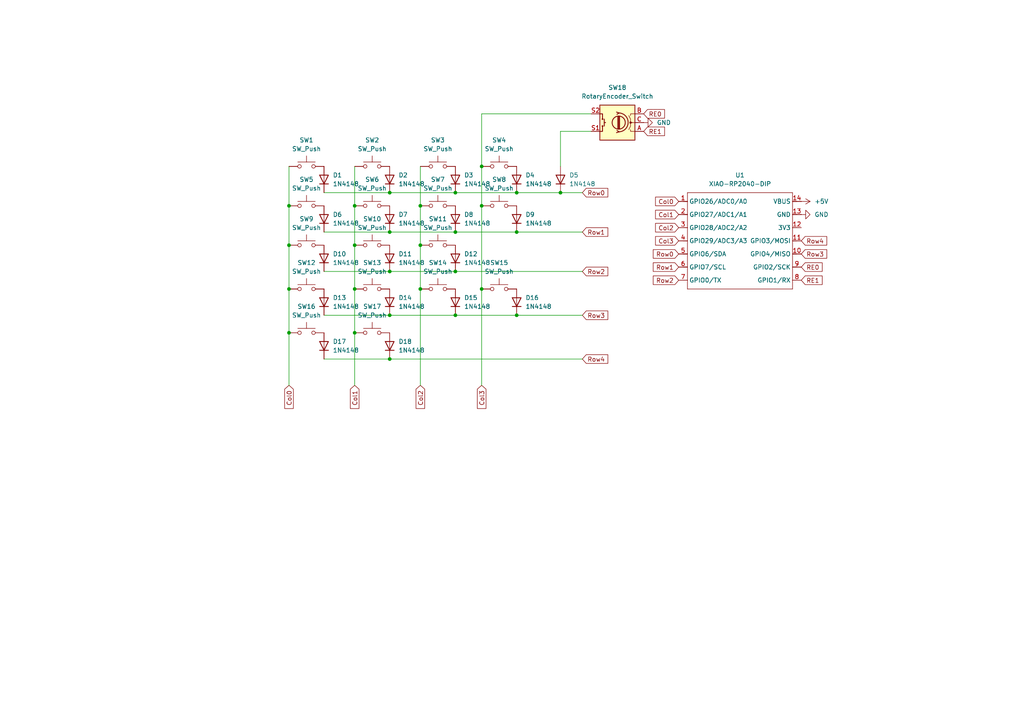
<source format=kicad_sch>
(kicad_sch (version 20250114) (generator "eeschema") (generator_version "9.0")
  (paper "A4")
  (lib_symbols
    (symbol "Device:RotaryEncoder_Switch" (pin_names (offset 0.254) (hide yes))
      (property "Reference" "SW" (at 0 6.604 0))
      (property "Value" "RotaryEncoder_Switch" (at 0 -6.604 0))
      (symbol "RotaryEncoder_Switch_0_1"
        (rectangle (start -5.08 5.08) (end 5.08 -5.08) (stroke (width 0.254)) (fill (type background)))
        (polyline (pts (xy -5.08 2.54) (xy -3.81 2.54) (xy -3.81 2.032)))
        (polyline (pts (xy -5.08 0) (xy -3.81 0) (xy -3.81 -1.016) (xy -3.302 -2.032)))
        (polyline (pts (xy -5.08 -2.54) (xy -3.81 -2.54) (xy -3.81 -2.032)))
        (polyline (pts (xy -4.318 0) (xy -3.81 0) (xy -3.81 1.016) (xy -3.302 2.032)))
        (circle (center -3.81 0) (radius 0.254) (fill (type outline)))
        (polyline (pts (xy -0.635 -1.778) (xy -0.635 1.778)) (stroke (width 0.254)))
        (circle (center -0.381 0) (radius 1.905) (stroke (width 0.254)))
        (polyline (pts (xy -0.381 -1.778) (xy -0.381 1.778)) (stroke (width 0.254)))
        (arc (start -0.381 -2.794) (mid -3.0988 -0.0635) (end -0.381 2.667) (stroke (width 0.254)))
        (polyline (pts (xy -0.127 1.778) (xy -0.127 -1.778)) (stroke (width 0.254)))
        (polyline (pts (xy 0.254 2.921) (xy -0.508 2.667) (xy 0.127 2.286)) (stroke (width 0.254)))
        (polyline (pts (xy 0.254 -3.048) (xy -0.508 -2.794) (xy 0.127 -2.413)) (stroke (width 0.254)))
        (polyline (pts (xy 3.81 1.016) (xy 3.81 -1.016)) (stroke (width 0.254)))
        (polyline (pts (xy 3.81 0) (xy 3.429 0)) (stroke (width 0.254)))
        (circle (center 4.318 1.016) (radius 0.127) (stroke (width 0.254)))
        (circle (center 4.318 -1.016) (radius 0.127) (stroke (width 0.254)))
        (polyline (pts (xy 5.08 2.54) (xy 4.318 2.54) (xy 4.318 1.016)) (stroke (width 0.254)))
        (polyline (pts (xy 5.08 -2.54) (xy 4.318 -2.54) (xy 4.318 -1.016)) (stroke (width 0.254)))
      )
      (symbol "RotaryEncoder_Switch_1_1"
        (pin passive line (at -7.62 2.54 0) (length 2.54) (name "A") (number "A"))
        (pin passive line (at -7.62 0 0) (length 2.54) (name "C") (number "C"))
        (pin passive line (at -7.62 -2.54 0) (length 2.54) (name "B") (number "B"))
        (pin passive line (at 7.62 2.54 180) (length 2.54) (name "S1") (number "S1"))
        (pin passive line (at 7.62 -2.54 180) (length 2.54) (name "S2") (number "S2"))
      )
    )
    (symbol "Diode:1N4148" (pin_numbers (hide yes)) (pin_names (hide yes))
      (property "Reference" "D" (at 0 2.54 0))
      (property "Value" "1N4148" (at 0 -2.54 0))
      (symbol "1N4148_0_1"
        (polyline (pts (xy -1.27 1.27) (xy -1.27 -1.27)) (stroke (width 0.254)))
        (polyline (pts (xy 1.27 1.27) (xy 1.27 -1.27) (xy -1.27 0) (xy 1.27 1.27)) (stroke (width 0.254)))
        (polyline (pts (xy 1.27 0) (xy -1.27 0)))
      )
      (symbol "1N4148_1_1"
        (pin passive line (at -3.81 0 0) (length 2.54) (name "K") (number "1"))
        (pin passive line (at 3.81 0 180) (length 2.54) (name "A") (number "2"))
      )
    )
    (symbol "OPL:XIAO-RP2040-DIP"
      (property "Reference" "U" (at 0 0 0))
      (property "Value" "XIAO-RP2040-DIP" (at 5.334 -1.778 0))
      (symbol "XIAO-RP2040-DIP_1_0"
        (polyline (pts (xy -1.27 -2.54) (xy 29.21 -2.54)) (stroke (width 0.1524)))
        (polyline (pts (xy -1.27 -5.08) (xy -2.54 -5.08)) (stroke (width 0.1524)))
        (polyline (pts (xy -1.27 -5.08) (xy -1.27 -2.54)) (stroke (width 0.1524)))
        (polyline (pts (xy -1.27 -8.89) (xy -2.54 -8.89)) (stroke (width 0.1524)))
        (polyline (pts (xy -1.27 -8.89) (xy -1.27 -5.08)) (stroke (width 0.1524)))
        (polyline (pts (xy -1.27 -12.7) (xy -2.54 -12.7)) (stroke (width 0.1524)))
        (polyline (pts (xy -1.27 -12.7) (xy -1.27 -8.89)) (stroke (width 0.1524)))
        (polyline (pts (xy -1.27 -16.51) (xy -2.54 -16.51)) (stroke (width 0.1524)))
        (polyline (pts (xy -1.27 -16.51) (xy -1.27 -12.7)) (stroke (width 0.1524)))
        (polyline (pts (xy -1.27 -20.32) (xy -2.54 -20.32)) (stroke (width 0.1524)))
        (polyline (pts (xy -1.27 -24.13) (xy -2.54 -24.13)) (stroke (width 0.1524)))
        (polyline (pts (xy -1.27 -27.94) (xy -2.54 -27.94)) (stroke (width 0.1524)))
        (polyline (pts (xy -1.27 -30.48) (xy -1.27 -16.51)) (stroke (width 0.1524)))
        (polyline (pts (xy 29.21 -2.54) (xy 29.21 -5.08)) (stroke (width 0.1524)))
        (polyline (pts (xy 29.21 -5.08) (xy 29.21 -8.89)) (stroke (width 0.1524)))
        (polyline (pts (xy 29.21 -8.89) (xy 29.21 -12.7)) (stroke (width 0.1524)))
        (polyline (pts (xy 29.21 -12.7) (xy 29.21 -30.48)) (stroke (width 0.1524)))
        (polyline (pts (xy 29.21 -30.48) (xy -1.27 -30.48)) (stroke (width 0.1524)))
        (polyline (pts (xy 30.48 -5.08) (xy 29.21 -5.08)) (stroke (width 0.1524)))
        (polyline (pts (xy 30.48 -8.89) (xy 29.21 -8.89)) (stroke (width 0.1524)))
        (polyline (pts (xy 30.48 -12.7) (xy 29.21 -12.7)) (stroke (width 0.1524)))
        (polyline (pts (xy 30.48 -16.51) (xy 29.21 -16.51)) (stroke (width 0.1524)))
        (polyline (pts (xy 30.48 -20.32) (xy 29.21 -20.32)) (stroke (width 0.1524)))
        (polyline (pts (xy 30.48 -24.13) (xy 29.21 -24.13)) (stroke (width 0.1524)))
        (polyline (pts (xy 30.48 -27.94) (xy 29.21 -27.94)) (stroke (width 0.1524)))
        (pin passive line (at -3.81 -5.08 0) (length 2.54) (name "GPIO26/ADC0/A0") (number "1"))
        (pin passive line (at -3.81 -8.89 0) (length 2.54) (name "GPIO27/ADC1/A1") (number "2"))
        (pin passive line (at -3.81 -12.7 0) (length 2.54) (name "GPIO28/ADC2/A2") (number "3"))
        (pin passive line (at -3.81 -16.51 0) (length 2.54) (name "GPIO29/ADC3/A3") (number "4"))
        (pin passive line (at -3.81 -20.32 0) (length 2.54) (name "GPIO6/SDA") (number "5"))
        (pin passive line (at -3.81 -24.13 0) (length 2.54) (name "GPIO7/SCL") (number "6"))
        (pin passive line (at -3.81 -27.94 0) (length 2.54) (name "GPIO0/TX") (number "7"))
        (pin passive line (at 31.75 -5.08 180) (length 2.54) (name "VBUS") (number "14"))
        (pin passive line (at 31.75 -8.89 180) (length 2.54) (name "GND") (number "13"))
        (pin passive line (at 31.75 -12.7 180) (length 2.54) (name "3V3") (number "12"))
        (pin passive line (at 31.75 -16.51 180) (length 2.54) (name "GPIO3/MOSI") (number "11"))
        (pin passive line (at 31.75 -20.32 180) (length 2.54) (name "GPIO4/MISO") (number "10"))
        (pin passive line (at 31.75 -24.13 180) (length 2.54) (name "GPIO2/SCK") (number "9"))
        (pin passive line (at 31.75 -27.94 180) (length 2.54) (name "GPIO1/RX") (number "8"))
      )
    )
    (symbol "Switch:SW_Push" (pin_numbers (hide yes)) (pin_names (offset 1.016) (hide yes))
      (property "Reference" "SW" (at 1.27 2.54 0))
      (property "Value" "SW_Push" (at 0 -1.524 0))
      (symbol "SW_Push_0_1"
        (circle (center -2.032 0) (radius 0.508))
        (polyline (pts (xy 0 1.27) (xy 0 3.048)))
        (circle (center 2.032 0) (radius 0.508))
        (polyline (pts (xy 2.54 1.27) (xy -2.54 1.27)))
        (pin passive line (at -5.08 0 0) (length 2.54) (name "1") (number "1"))
        (pin passive line (at 5.08 0 180) (length 2.54) (name "2") (number "2"))
      )
    )
    (symbol "power:+5V" (power) (pin_numbers (hide yes)) (pin_names (offset 0) (hide yes))
      (property "Value" "+5V" (at 0 3.556 0))
      (symbol "+5V_0_1"
        (polyline (pts (xy -0.762 1.27) (xy 0 2.54)))
        (polyline (pts (xy 0 2.54) (xy 0.762 1.27)))
        (polyline (pts (xy 0 0) (xy 0 2.54)))
      )
      (symbol "+5V_1_1"
        (pin power_in line (at 0 0 90) (length 0) (name "~") (number "1"))
      )
    )
    (symbol "power:GND" (power) (pin_numbers (hide yes)) (pin_names (offset 0) (hide yes))
      (property "Value" "GND" (at 0 -3.81 0))
      (symbol "GND_0_1"
        (polyline (pts (xy 0 0) (xy 0 -1.27) (xy 1.27 -1.27) (xy 0 -2.54) (xy -1.27 -1.27) (xy 0 -1.27)))
      )
      (symbol "GND_1_1"
        (pin power_in line (at 0 0 270) (length 0) (name "~") (number "1"))
      )
    )
  )
  (junction (at 113.03 91.44))
  (junction (at 132.08 91.44))
  (junction (at 149.86 55.88))
  (junction (at 102.87 71.12))
  (junction (at 132.08 55.88))
  (junction (at 102.87 59.69))
  (junction (at 139.7 48.26))
  (junction (at 113.03 104.14))
  (junction (at 132.08 67.31))
  (junction (at 139.7 59.69))
  (junction (at 102.87 83.82))
  (junction (at 162.56 55.88))
  (junction (at 139.7 83.82))
  (junction (at 113.03 55.88))
  (junction (at 132.08 78.74))
  (junction (at 83.82 83.82))
  (junction (at 102.87 96.52))
  (junction (at 83.82 71.12))
  (junction (at 121.92 59.69))
  (junction (at 121.92 71.12))
  (junction (at 113.03 78.74))
  (junction (at 113.03 67.31))
  (junction (at 149.86 67.31))
  (junction (at 121.92 83.82))
  (junction (at 83.82 59.69))
  (junction (at 149.86 91.44))
  (junction (at 83.82 96.52))
  (wire (pts (xy 139.7 59.69) (xy 139.7 83.82)))
  (wire (pts (xy 93.98 67.31) (xy 113.03 67.31)))
  (wire (pts (xy 83.82 71.12) (xy 83.82 83.82)))
  (wire (pts (xy 171.45 33.02) (xy 139.7 33.02)))
  (wire (pts (xy 113.03 67.31) (xy 132.08 67.31)))
  (wire (pts (xy 102.87 96.52) (xy 102.87 111.76)))
  (wire (pts (xy 102.87 83.82) (xy 102.87 96.52)))
  (wire (pts (xy 121.92 59.69) (xy 121.92 71.12)))
  (wire (pts (xy 93.98 91.44) (xy 113.03 91.44)))
  (wire (pts (xy 139.7 33.02) (xy 139.7 48.26)))
  (wire (pts (xy 102.87 48.26) (xy 102.87 59.69)))
  (wire (pts (xy 139.7 83.82) (xy 139.7 111.76)))
  (wire (pts (xy 121.92 83.82) (xy 121.92 111.76)))
  (wire (pts (xy 162.56 55.88) (xy 168.91 55.88)))
  (wire (pts (xy 102.87 71.12) (xy 102.87 83.82)))
  (wire (pts (xy 113.03 104.14) (xy 168.91 104.14)))
  (wire (pts (xy 149.86 67.31) (xy 168.91 67.31)))
  (wire (pts (xy 113.03 55.88) (xy 132.08 55.88)))
  (wire (pts (xy 83.82 83.82) (xy 83.82 96.52)))
  (wire (pts (xy 83.82 96.52) (xy 83.82 111.76)))
  (wire (pts (xy 113.03 91.44) (xy 132.08 91.44)))
  (wire (pts (xy 171.45 38.1) (xy 162.56 38.1)))
  (wire (pts (xy 132.08 91.44) (xy 149.86 91.44)))
  (wire (pts (xy 132.08 55.88) (xy 149.86 55.88)))
  (wire (pts (xy 132.08 67.31) (xy 149.86 67.31)))
  (wire (pts (xy 113.03 78.74) (xy 132.08 78.74)))
  (wire (pts (xy 149.86 55.88) (xy 162.56 55.88)))
  (wire (pts (xy 83.82 48.26) (xy 83.82 59.69)))
  (wire (pts (xy 162.56 38.1) (xy 162.56 48.26)))
  (wire (pts (xy 149.86 91.44) (xy 168.91 91.44)))
  (wire (pts (xy 93.98 78.74) (xy 113.03 78.74)))
  (wire (pts (xy 121.92 48.26) (xy 121.92 59.69)))
  (wire (pts (xy 132.08 78.74) (xy 168.91 78.74)))
  (wire (pts (xy 93.98 104.14) (xy 113.03 104.14)))
  (wire (pts (xy 121.92 71.12) (xy 121.92 83.82)))
  (wire (pts (xy 83.82 59.69) (xy 83.82 71.12)))
  (wire (pts (xy 139.7 48.26) (xy 139.7 59.69)))
  (wire (pts (xy 102.87 59.69) (xy 102.87 71.12)))
  (wire (pts (xy 93.98 55.88) (xy 113.03 55.88)))
  (global_label "RE1" (shape input) (at 186.69 38.1 0) (property "Intersheetrefs" "${INTERSHEET_REFS}" (effects (hide yes))))
  (global_label "Col2" (shape input) (at 196.85 66.04 180) (property "Intersheetrefs" "${INTERSHEET_REFS}" (effects (hide yes))))
  (global_label "RE0" (shape input) (at 186.69 33.02 0) (property "Intersheetrefs" "${INTERSHEET_REFS}" (effects (hide yes))))
  (global_label "Col1" (shape input) (at 102.87 111.76 270) (property "Intersheetrefs" "${INTERSHEET_REFS}" (effects (hide yes))))
  (global_label "Row2" (shape input) (at 196.85 81.28 180) (property "Intersheetrefs" "${INTERSHEET_REFS}" (effects (hide yes))))
  (global_label "RE1" (shape input) (at 232.41 81.28 0) (property "Intersheetrefs" "${INTERSHEET_REFS}" (effects (hide yes))))
  (global_label "Row1" (shape input) (at 196.85 77.47 180) (property "Intersheetrefs" "${INTERSHEET_REFS}" (effects (hide yes))))
  (global_label "Col0" (shape input) (at 83.82 111.76 270) (property "Intersheetrefs" "${INTERSHEET_REFS}" (effects (hide yes))))
  (global_label "Row1" (shape input) (at 168.91 67.31 0) (property "Intersheetrefs" "${INTERSHEET_REFS}" (effects (hide yes))))
  (global_label "Row0" (shape input) (at 196.85 73.66 180) (property "Intersheetrefs" "${INTERSHEET_REFS}" (effects (hide yes))))
  (global_label "Col1" (shape input) (at 196.85 62.23 180) (property "Intersheetrefs" "${INTERSHEET_REFS}" (effects (hide yes))))
  (global_label "Col2" (shape input) (at 121.92 111.76 270) (property "Intersheetrefs" "${INTERSHEET_REFS}" (effects (hide yes))))
  (global_label "Row0" (shape input) (at 168.91 55.88 0) (property "Intersheetrefs" "${INTERSHEET_REFS}" (effects (hide yes))))
  (global_label "Col3" (shape input) (at 196.85 69.85 180) (property "Intersheetrefs" "${INTERSHEET_REFS}" (effects (hide yes))))
  (global_label "Col0" (shape input) (at 196.85 58.42 180) (property "Intersheetrefs" "${INTERSHEET_REFS}" (effects (hide yes))))
  (global_label "Row4" (shape input) (at 232.41 69.85 0) (property "Intersheetrefs" "${INTERSHEET_REFS}" (effects (hide yes))))
  (global_label "Row4" (shape input) (at 168.91 104.14 0) (property "Intersheetrefs" "${INTERSHEET_REFS}" (effects (hide yes))))
  (global_label "Row3" (shape input) (at 232.41 73.66 0) (property "Intersheetrefs" "${INTERSHEET_REFS}" (effects (hide yes))))
  (global_label "Row2" (shape input) (at 168.91 78.74 0) (property "Intersheetrefs" "${INTERSHEET_REFS}" (effects (hide yes))))
  (global_label "RE0" (shape input) (at 232.41 77.47 0) (property "Intersheetrefs" "${INTERSHEET_REFS}" (effects (hide yes))))
  (global_label "Row3" (shape input) (at 168.91 91.44 0) (property "Intersheetrefs" "${INTERSHEET_REFS}" (effects (hide yes))))
  (global_label "Col3" (shape input) (at 139.7 111.76 270) (property "Intersheetrefs" "${INTERSHEET_REFS}" (effects (hide yes))))
  (symbol (lib_id "Diode:1N4148") (at 113.03 87.63 90) (unit 1)
    (property "Reference" "D14" (at 115.57 86.3599 90) (effects (justify right)))
    (property "Value" "1N4148" (at 115.57 88.8999 90) (effects (justify right)))
    (property "Footprint" "Diode_THT:D_DO-35_SOD27_P7.62mm_Horizontal" (effects (hide yes)))
    (property "Datasheet" "https://assets.nexperia.com/documents/data-sheet/1N4148_1N4448.pdf" (effects (hide yes)))
    (property "Description" "100V 0.15A standard switching diode, DO-35" (effects (hide yes)))
    (property "Sim.Device" "D" (effects (hide yes)))
    (property "Sim.Pins" "1=K 2=A" (effects (hide yes)))
  )
  (symbol (lib_id "Switch:SW_Push") (at 88.9 59.69 0) (unit 1)
    (property "Reference" "SW5" (at 88.9 52.07 0))
    (property "Value" "SW_Push" (at 88.9 54.61 0))
    (property "Footprint" "Button_Switch_Keyboard:SW_Cherry_MX_1.00u_PCB" (effects (hide yes)))
    (property "Description" "Push button switch, generic, two pins" (effects (hide yes)))
  )
  (symbol (lib_id "Switch:SW_Push") (at 127 83.82 0) (unit 1)
    (property "Reference" "SW14" (at 127 76.2 0))
    (property "Value" "SW_Push" (at 127 78.74 0))
    (property "Footprint" "Button_Switch_Keyboard:SW_Cherry_MX_1.00u_PCB" (effects (hide yes)))
    (property "Description" "Push button switch, generic, two pins" (effects (hide yes)))
  )
  (symbol (lib_id "Diode:1N4148") (at 93.98 63.5 90) (unit 1)
    (property "Reference" "D6" (at 96.52 62.2299 90) (effects (justify right)))
    (property "Value" "1N4148" (at 96.52 64.7699 90) (effects (justify right)))
    (property "Footprint" "Diode_THT:D_DO-35_SOD27_P7.62mm_Horizontal" (effects (hide yes)))
    (property "Datasheet" "https://assets.nexperia.com/documents/data-sheet/1N4148_1N4448.pdf" (effects (hide yes)))
    (property "Description" "100V 0.15A standard switching diode, DO-35" (effects (hide yes)))
    (property "Sim.Device" "D" (effects (hide yes)))
    (property "Sim.Pins" "1=K 2=A" (effects (hide yes)))
  )
  (symbol (lib_id "Diode:1N4148") (at 132.08 74.93 90) (unit 1)
    (property "Reference" "D12" (at 134.62 73.6599 90) (effects (justify right)))
    (property "Value" "1N4148" (at 134.62 76.1999 90) (effects (justify right)))
    (property "Footprint" "Diode_THT:D_DO-35_SOD27_P7.62mm_Horizontal" (effects (hide yes)))
    (property "Datasheet" "https://assets.nexperia.com/documents/data-sheet/1N4148_1N4448.pdf" (effects (hide yes)))
    (property "Description" "100V 0.15A standard switching diode, DO-35" (effects (hide yes)))
    (property "Sim.Device" "D" (effects (hide yes)))
    (property "Sim.Pins" "1=K 2=A" (effects (hide yes)))
  )
  (symbol (lib_id "Switch:SW_Push") (at 144.78 59.69 0) (unit 1)
    (property "Reference" "SW8" (at 144.78 52.07 0))
    (property "Value" "SW_Push" (at 144.78 54.61 0))
    (property "Footprint" "Button_Switch_Keyboard:SW_Cherry_MX_2.00u_Vertical_PCB" (effects (hide yes)))
    (property "Description" "Push button switch, generic, two pins" (effects (hide yes)))
  )
  (symbol (lib_id "Diode:1N4148") (at 149.86 63.5 90) (unit 1)
    (property "Reference" "D9" (at 152.4 62.2299 90) (effects (justify right)))
    (property "Value" "1N4148" (at 152.4 64.7699 90) (effects (justify right)))
    (property "Footprint" "Diode_THT:D_DO-35_SOD27_P7.62mm_Horizontal" (effects (hide yes)))
    (property "Datasheet" "https://assets.nexperia.com/documents/data-sheet/1N4148_1N4448.pdf" (effects (hide yes)))
    (property "Description" "100V 0.15A standard switching diode, DO-35" (effects (hide yes)))
    (property "Sim.Device" "D" (effects (hide yes)))
    (property "Sim.Pins" "1=K 2=A" (effects (hide yes)))
  )
  (symbol (lib_id "Diode:1N4148") (at 113.03 52.07 90) (unit 1)
    (property "Reference" "D2" (at 115.57 50.7999 90) (effects (justify right)))
    (property "Value" "1N4148" (at 115.57 53.3399 90) (effects (justify right)))
    (property "Footprint" "Diode_THT:D_DO-35_SOD27_P7.62mm_Horizontal" (effects (hide yes)))
    (property "Datasheet" "https://assets.nexperia.com/documents/data-sheet/1N4148_1N4448.pdf" (effects (hide yes)))
    (property "Description" "100V 0.15A standard switching diode, DO-35" (effects (hide yes)))
    (property "Sim.Device" "D" (effects (hide yes)))
    (property "Sim.Pins" "1=K 2=A" (effects (hide yes)))
  )
  (symbol (lib_id "power:GND") (at 232.41 62.23 90) (unit 1)
    (property "Reference" "#PWR02" (effects (hide yes)))
    (property "Value" "GND" (at 236.22 62.2299 90) (effects (justify right)))
    (property "Description" "Power symbol creates a global label with name \"GND\" , ground" (effects (hide yes)))
  )
  (symbol (lib_id "Switch:SW_Push") (at 107.95 48.26 0) (unit 1)
    (property "Reference" "SW2" (at 107.95 40.64 0))
    (property "Value" "SW_Push" (at 107.95 43.18 0))
    (property "Footprint" "Button_Switch_Keyboard:SW_Cherry_MX_1.00u_PCB" (effects (hide yes)))
    (property "Description" "Push button switch, generic, two pins" (effects (hide yes)))
  )
  (symbol (lib_id "Diode:1N4148") (at 132.08 87.63 90) (unit 1)
    (property "Reference" "D15" (at 134.62 86.3599 90) (effects (justify right)))
    (property "Value" "1N4148" (at 134.62 88.8999 90) (effects (justify right)))
    (property "Footprint" "Diode_THT:D_DO-35_SOD27_P7.62mm_Horizontal" (effects (hide yes)))
    (property "Datasheet" "https://assets.nexperia.com/documents/data-sheet/1N4148_1N4448.pdf" (effects (hide yes)))
    (property "Description" "100V 0.15A standard switching diode, DO-35" (effects (hide yes)))
    (property "Sim.Device" "D" (effects (hide yes)))
    (property "Sim.Pins" "1=K 2=A" (effects (hide yes)))
  )
  (symbol (lib_id "Diode:1N4148") (at 132.08 52.07 90) (unit 1)
    (property "Reference" "D3" (at 134.62 50.7999 90) (effects (justify right)))
    (property "Value" "1N4148" (at 134.62 53.3399 90) (effects (justify right)))
    (property "Footprint" "Diode_THT:D_DO-35_SOD27_P7.62mm_Horizontal" (effects (hide yes)))
    (property "Datasheet" "https://assets.nexperia.com/documents/data-sheet/1N4148_1N4448.pdf" (effects (hide yes)))
    (property "Description" "100V 0.15A standard switching diode, DO-35" (effects (hide yes)))
    (property "Sim.Device" "D" (effects (hide yes)))
    (property "Sim.Pins" "1=K 2=A" (effects (hide yes)))
  )
  (symbol (lib_id "power:GND") (at 186.69 35.56 90) (unit 1)
    (property "Reference" "#PWR01" (effects (hide yes)))
    (property "Value" "GND" (at 190.5 35.5599 90) (effects (justify right)))
    (property "Description" "Power symbol creates a global label with name \"GND\" , ground" (effects (hide yes)))
  )
  (symbol (lib_id "Diode:1N4148") (at 113.03 74.93 90) (unit 1)
    (property "Reference" "D11" (at 115.57 73.6599 90) (effects (justify right)))
    (property "Value" "1N4148" (at 115.57 76.1999 90) (effects (justify right)))
    (property "Footprint" "Diode_THT:D_DO-35_SOD27_P7.62mm_Horizontal" (effects (hide yes)))
    (property "Datasheet" "https://assets.nexperia.com/documents/data-sheet/1N4148_1N4448.pdf" (effects (hide yes)))
    (property "Description" "100V 0.15A standard switching diode, DO-35" (effects (hide yes)))
    (property "Sim.Device" "D" (effects (hide yes)))
    (property "Sim.Pins" "1=K 2=A" (effects (hide yes)))
  )
  (symbol (lib_id "Switch:SW_Push") (at 88.9 71.12 0) (unit 1)
    (property "Reference" "SW9" (at 88.9 63.5 0))
    (property "Value" "SW_Push" (at 88.9 66.04 0))
    (property "Footprint" "Button_Switch_Keyboard:SW_Cherry_MX_1.00u_PCB" (effects (hide yes)))
    (property "Description" "Push button switch, generic, two pins" (effects (hide yes)))
  )
  (symbol (lib_id "Switch:SW_Push") (at 107.95 83.82 0) (unit 1)
    (property "Reference" "SW13" (at 107.95 76.2 0))
    (property "Value" "SW_Push" (at 107.95 78.74 0))
    (property "Footprint" "Button_Switch_Keyboard:SW_Cherry_MX_1.00u_PCB" (effects (hide yes)))
    (property "Description" "Push button switch, generic, two pins" (effects (hide yes)))
  )
  (symbol (lib_id "Diode:1N4148") (at 132.08 63.5 90) (unit 1)
    (property "Reference" "D8" (at 134.62 62.2299 90) (effects (justify right)))
    (property "Value" "1N4148" (at 134.62 64.7699 90) (effects (justify right)))
    (property "Footprint" "Diode_THT:D_DO-35_SOD27_P7.62mm_Horizontal" (effects (hide yes)))
    (property "Datasheet" "https://assets.nexperia.com/documents/data-sheet/1N4148_1N4448.pdf" (effects (hide yes)))
    (property "Description" "100V 0.15A standard switching diode, DO-35" (effects (hide yes)))
    (property "Sim.Device" "D" (effects (hide yes)))
    (property "Sim.Pins" "1=K 2=A" (effects (hide yes)))
  )
  (symbol (lib_id "Diode:1N4148") (at 93.98 74.93 90) (unit 1)
    (property "Reference" "D10" (at 96.52 73.6599 90) (effects (justify right)))
    (property "Value" "1N4148" (at 96.52 76.1999 90) (effects (justify right)))
    (property "Footprint" "Diode_THT:D_DO-35_SOD27_P7.62mm_Horizontal" (effects (hide yes)))
    (property "Datasheet" "https://assets.nexperia.com/documents/data-sheet/1N4148_1N4448.pdf" (effects (hide yes)))
    (property "Description" "100V 0.15A standard switching diode, DO-35" (effects (hide yes)))
    (property "Sim.Device" "D" (effects (hide yes)))
    (property "Sim.Pins" "1=K 2=A" (effects (hide yes)))
  )
  (symbol (lib_id "Switch:SW_Push") (at 127 48.26 0) (unit 1)
    (property "Reference" "SW3" (at 127 40.64 0))
    (property "Value" "SW_Push" (at 127 43.18 0))
    (property "Footprint" "Button_Switch_Keyboard:SW_Cherry_MX_1.00u_PCB" (effects (hide yes)))
    (property "Description" "Push button switch, generic, two pins" (effects (hide yes)))
  )
  (symbol (lib_id "OPL:XIAO-RP2040-DIP") (at 200.66 53.34 0) (unit 1)
    (property "Reference" "U1" (at 214.63 50.8 0))
    (property "Value" "XIAO-RP2040-DIP" (at 214.63 53.34 0))
    (property "Footprint" "OPL:XIAO-RP2040-DIP" (effects (hide yes)))
  )
  (symbol (lib_id "Switch:SW_Push") (at 144.78 83.82 0) (unit 1)
    (property "Reference" "SW15" (at 144.78 76.2 0))
    (property "Value" "SW_Push" (at 144.78 78.74 0))
    (property "Footprint" "Button_Switch_Keyboard:SW_Cherry_MX_2.00u_Vertical_PCB" (effects (hide yes)))
    (property "Description" "Push button switch, generic, two pins" (effects (hide yes)))
  )
  (symbol (lib_id "Switch:SW_Push") (at 107.95 59.69 0) (unit 1)
    (property "Reference" "SW6" (at 107.95 52.07 0))
    (property "Value" "SW_Push" (at 107.95 54.61 0))
    (property "Footprint" "Button_Switch_Keyboard:SW_Cherry_MX_1.00u_PCB" (effects (hide yes)))
    (property "Description" "Push button switch, generic, two pins" (effects (hide yes)))
  )
  (symbol (lib_id "Diode:1N4148") (at 93.98 100.33 90) (unit 1)
    (property "Reference" "D17" (at 96.52 99.0599 90) (effects (justify right)))
    (property "Value" "1N4148" (at 96.52 101.5999 90) (effects (justify right)))
    (property "Footprint" "Diode_THT:D_DO-35_SOD27_P7.62mm_Horizontal" (effects (hide yes)))
    (property "Datasheet" "https://assets.nexperia.com/documents/data-sheet/1N4148_1N4448.pdf" (effects (hide yes)))
    (property "Description" "100V 0.15A standard switching diode, DO-35" (effects (hide yes)))
    (property "Sim.Device" "D" (effects (hide yes)))
    (property "Sim.Pins" "1=K 2=A" (effects (hide yes)))
  )
  (symbol (lib_id "Switch:SW_Push") (at 127 59.69 0) (unit 1)
    (property "Reference" "SW7" (at 127 52.07 0))
    (property "Value" "SW_Push" (at 127 54.61 0))
    (property "Footprint" "Button_Switch_Keyboard:SW_Cherry_MX_1.00u_PCB" (effects (hide yes)))
    (property "Description" "Push button switch, generic, two pins" (effects (hide yes)))
  )
  (symbol (lib_id "Device:RotaryEncoder_Switch") (at 179.07 35.56 180) (unit 1)
    (property "Reference" "SW18" (at 179.07 25.4 0))
    (property "Value" "RotaryEncoder_Switch" (at 179.07 27.94 0))
    (property "Footprint" "Rotary_Encoder:RotaryEncoder_Alps_EC11E-Switch_Vertical_H20mm_CircularMountingHoles" (effects (hide yes)))
    (property "Description" "Rotary encoder, dual channel, incremental quadrate outputs, with switch" (effects (hide yes)))
  )
  (symbol (lib_id "Switch:SW_Push") (at 88.9 83.82 0) (unit 1)
    (property "Reference" "SW12" (at 88.9 76.2 0))
    (property "Value" "SW_Push" (at 88.9 78.74 0))
    (property "Footprint" "Button_Switch_Keyboard:SW_Cherry_MX_1.00u_PCB" (effects (hide yes)))
    (property "Description" "Push button switch, generic, two pins" (effects (hide yes)))
  )
  (symbol (lib_id "Diode:1N4148") (at 149.86 52.07 90) (unit 1)
    (property "Reference" "D4" (at 152.4 50.7999 90) (effects (justify right)))
    (property "Value" "1N4148" (at 152.4 53.3399 90) (effects (justify right)))
    (property "Footprint" "Diode_THT:D_DO-35_SOD27_P7.62mm_Horizontal" (effects (hide yes)))
    (property "Datasheet" "https://assets.nexperia.com/documents/data-sheet/1N4148_1N4448.pdf" (effects (hide yes)))
    (property "Description" "100V 0.15A standard switching diode, DO-35" (effects (hide yes)))
    (property "Sim.Device" "D" (effects (hide yes)))
    (property "Sim.Pins" "1=K 2=A" (effects (hide yes)))
  )
  (symbol (lib_id "Switch:SW_Push") (at 107.95 71.12 0) (unit 1)
    (property "Reference" "SW10" (at 107.95 63.5 0))
    (property "Value" "SW_Push" (at 107.95 66.04 0))
    (property "Footprint" "Button_Switch_Keyboard:SW_Cherry_MX_1.00u_PCB" (effects (hide yes)))
    (property "Description" "Push button switch, generic, two pins" (effects (hide yes)))
  )
  (symbol (lib_id "power:+5V") (at 232.41 58.42 270) (unit 1)
    (property "Reference" "#PWR03" (effects (hide yes)))
    (property "Value" "+5V" (at 236.22 58.4199 90) (effects (justify left)))
    (property "Description" "Power symbol creates a global label with name \"+5V\"" (effects (hide yes)))
  )
  (symbol (lib_id "Switch:SW_Push") (at 144.78 48.26 0) (unit 1)
    (property "Reference" "SW4" (at 144.78 40.64 0))
    (property "Value" "SW_Push" (at 144.78 43.18 0))
    (property "Footprint" "Button_Switch_Keyboard:SW_Cherry_MX_1.00u_PCB" (effects (hide yes)))
    (property "Description" "Push button switch, generic, two pins" (effects (hide yes)))
  )
  (symbol (lib_id "Diode:1N4148") (at 149.86 87.63 90) (unit 1)
    (property "Reference" "D16" (at 152.4 86.3599 90) (effects (justify right)))
    (property "Value" "1N4148" (at 152.4 88.8999 90) (effects (justify right)))
    (property "Footprint" "Diode_THT:D_DO-35_SOD27_P7.62mm_Horizontal" (effects (hide yes)))
    (property "Datasheet" "https://assets.nexperia.com/documents/data-sheet/1N4148_1N4448.pdf" (effects (hide yes)))
    (property "Description" "100V 0.15A standard switching diode, DO-35" (effects (hide yes)))
    (property "Sim.Device" "D" (effects (hide yes)))
    (property "Sim.Pins" "1=K 2=A" (effects (hide yes)))
  )
  (symbol (lib_id "Diode:1N4148") (at 113.03 63.5 90) (unit 1)
    (property "Reference" "D7" (at 115.57 62.2299 90) (effects (justify right)))
    (property "Value" "1N4148" (at 115.57 64.7699 90) (effects (justify right)))
    (property "Footprint" "Diode_THT:D_DO-35_SOD27_P7.62mm_Horizontal" (effects (hide yes)))
    (property "Datasheet" "https://assets.nexperia.com/documents/data-sheet/1N4148_1N4448.pdf" (effects (hide yes)))
    (property "Description" "100V 0.15A standard switching diode, DO-35" (effects (hide yes)))
    (property "Sim.Device" "D" (effects (hide yes)))
    (property "Sim.Pins" "1=K 2=A" (effects (hide yes)))
  )
  (symbol (lib_id "Diode:1N4148") (at 93.98 52.07 90) (unit 1)
    (property "Reference" "D1" (at 96.52 50.7999 90) (effects (justify right)))
    (property "Value" "1N4148" (at 96.52 53.3399 90) (effects (justify right)))
    (property "Footprint" "Diode_THT:D_DO-35_SOD27_P7.62mm_Horizontal" (effects (hide yes)))
    (property "Datasheet" "https://assets.nexperia.com/documents/data-sheet/1N4148_1N4448.pdf" (effects (hide yes)))
    (property "Description" "100V 0.15A standard switching diode, DO-35" (effects (hide yes)))
    (property "Sim.Device" "D" (effects (hide yes)))
    (property "Sim.Pins" "1=K 2=A" (effects (hide yes)))
  )
  (symbol (lib_id "Switch:SW_Push") (at 107.95 96.52 0) (unit 1)
    (property "Reference" "SW17" (at 107.95 88.9 0))
    (property "Value" "SW_Push" (at 107.95 91.44 0))
    (property "Footprint" "Button_Switch_Keyboard:SW_Cherry_MX_1.00u_PCB" (effects (hide yes)))
    (property "Description" "Push button switch, generic, two pins" (effects (hide yes)))
  )
  (symbol (lib_id "Switch:SW_Push") (at 88.9 48.26 0) (unit 1)
    (property "Reference" "SW1" (at 88.9 40.64 0))
    (property "Value" "SW_Push" (at 88.9 43.18 0))
    (property "Footprint" "Button_Switch_Keyboard:SW_Cherry_MX_1.00u_PCB" (effects (hide yes)))
    (property "Description" "Push button switch, generic, two pins" (effects (hide yes)))
  )
  (symbol (lib_id "Switch:SW_Push") (at 88.9 96.52 0) (unit 1)
    (property "Reference" "SW16" (at 88.9 88.9 0))
    (property "Value" "SW_Push" (at 88.9 91.44 0))
    (property "Footprint" "Button_Switch_Keyboard:SW_Cherry_MX_2.00u_PCB" (effects (hide yes)))
    (property "Description" "Push button switch, generic, two pins" (effects (hide yes)))
  )
  (symbol (lib_id "Diode:1N4148") (at 113.03 100.33 90) (unit 1)
    (property "Reference" "D18" (at 115.57 99.0599 90) (effects (justify right)))
    (property "Value" "1N4148" (at 115.57 101.5999 90) (effects (justify right)))
    (property "Footprint" "Diode_THT:D_DO-35_SOD27_P7.62mm_Horizontal" (effects (hide yes)))
    (property "Datasheet" "https://assets.nexperia.com/documents/data-sheet/1N4148_1N4448.pdf" (effects (hide yes)))
    (property "Description" "100V 0.15A standard switching diode, DO-35" (effects (hide yes)))
    (property "Sim.Device" "D" (effects (hide yes)))
    (property "Sim.Pins" "1=K 2=A" (effects (hide yes)))
  )
  (symbol (lib_id "Diode:1N4148") (at 93.98 87.63 90) (unit 1)
    (property "Reference" "D13" (at 96.52 86.3599 90) (effects (justify right)))
    (property "Value" "1N4148" (at 96.52 88.8999 90) (effects (justify right)))
    (property "Footprint" "Diode_THT:D_DO-35_SOD27_P7.62mm_Horizontal" (effects (hide yes)))
    (property "Datasheet" "https://assets.nexperia.com/documents/data-sheet/1N4148_1N4448.pdf" (effects (hide yes)))
    (property "Description" "100V 0.15A standard switching diode, DO-35" (effects (hide yes)))
    (property "Sim.Device" "D" (effects (hide yes)))
    (property "Sim.Pins" "1=K 2=A" (effects (hide yes)))
  )
  (symbol (lib_id "Diode:1N4148") (at 162.56 52.07 90) (unit 1)
    (property "Reference" "D5" (at 165.1 50.7999 90) (effects (justify right)))
    (property "Value" "1N4148" (at 165.1 53.3399 90) (effects (justify right)))
    (property "Footprint" "Diode_THT:D_DO-35_SOD27_P7.62mm_Horizontal" (effects (hide yes)))
    (property "Datasheet" "https://assets.nexperia.com/documents/data-sheet/1N4148_1N4448.pdf" (effects (hide yes)))
    (property "Description" "100V 0.15A standard switching diode, DO-35" (effects (hide yes)))
    (property "Sim.Device" "D" (effects (hide yes)))
    (property "Sim.Pins" "1=K 2=A" (effects (hide yes)))
  )
  (symbol (lib_id "Switch:SW_Push") (at 127 71.12 0) (unit 1)
    (property "Reference" "SW11" (at 127 63.5 0))
    (property "Value" "SW_Push" (at 127 66.04 0))
    (property "Footprint" "Button_Switch_Keyboard:SW_Cherry_MX_1.00u_PCB" (effects (hide yes)))
    (property "Description" "Push button switch, generic, two pins" (effects (hide yes)))
  )
)
</source>
